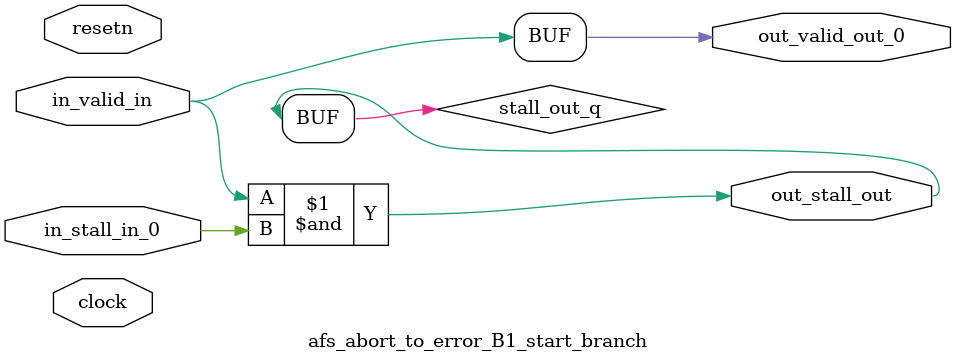
<source format=sv>



(* altera_attribute = "-name AUTO_SHIFT_REGISTER_RECOGNITION OFF; -name MESSAGE_DISABLE 10036; -name MESSAGE_DISABLE 10037; -name MESSAGE_DISABLE 14130; -name MESSAGE_DISABLE 14320; -name MESSAGE_DISABLE 15400; -name MESSAGE_DISABLE 14130; -name MESSAGE_DISABLE 10036; -name MESSAGE_DISABLE 12020; -name MESSAGE_DISABLE 12030; -name MESSAGE_DISABLE 12010; -name MESSAGE_DISABLE 12110; -name MESSAGE_DISABLE 14320; -name MESSAGE_DISABLE 13410; -name MESSAGE_DISABLE 113007; -name MESSAGE_DISABLE 10958" *)
module afs_abort_to_error_B1_start_branch (
    input wire [0:0] in_stall_in_0,
    input wire [0:0] in_valid_in,
    output wire [0:0] out_stall_out,
    output wire [0:0] out_valid_out_0,
    input wire clock,
    input wire resetn
    );

    wire [0:0] stall_out_q;


    // stall_out(LOGICAL,6)
    assign stall_out_q = in_valid_in & in_stall_in_0;

    // out_stall_out(GPOUT,4)
    assign out_stall_out = stall_out_q;

    // out_valid_out_0(GPOUT,5)
    assign out_valid_out_0 = in_valid_in;

endmodule

</source>
